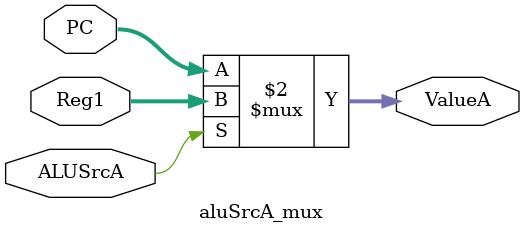
<source format=sv>
module aluSrcA_mux #(parameter WIDTH =32)
(
    input reg  [(WIDTH-1):0] PC,       //read PC Address
    input reg  [(WIDTH-1):0] Reg1,     //read register 1
    input reg                ALUSrcA,  //Bit of control
    output reg [(WIDTH-1):0] ValueA    //A number of ALU opetarion
);
      
    assign ValueA  = !ALUSrcA ? PC:Reg1;    //Multiplexer

endmodule

</source>
